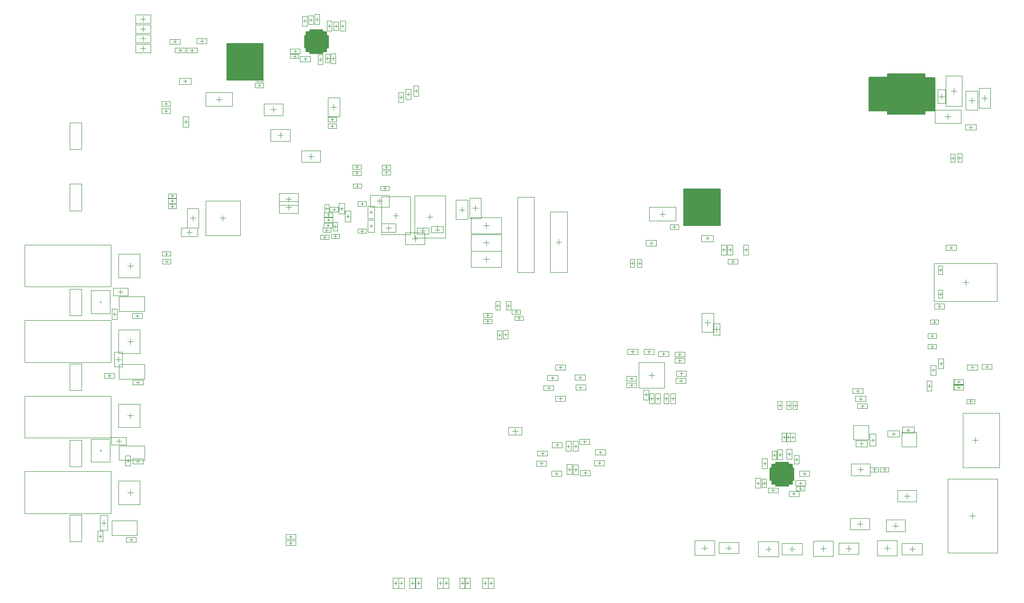
<source format=gbr>
G04*
G04 #@! TF.GenerationSoftware,Altium Limited,Altium Designer,23.7.1 (13)*
G04*
G04 Layer_Color=32768*
%FSLAX25Y25*%
%MOIN*%
G70*
G04*
G04 #@! TF.SameCoordinates,AF00DCEB-AC48-4C7C-91EA-99F42E284231*
G04*
G04*
G04 #@! TF.FilePolarity,Positive*
G04*
G01*
G75*
%ADD19C,0.00600*%
%ADD23C,0.00394*%
%ADD291C,0.00197*%
%ADD292C,0.00400*%
G36*
X87757Y-5830D02*
Y-979D01*
X92608D01*
D01*
X108507D01*
D01*
X113357D01*
Y-5830D01*
D01*
Y-21729D01*
D01*
Y-26579D01*
X108507D01*
D01*
X92608D01*
D01*
X87757D01*
Y-21729D01*
D01*
Y-5830D01*
D01*
D02*
G37*
G36*
X146335Y-6706D02*
X143687D01*
Y-4059D01*
X142487D01*
Y4846D01*
X143687D01*
Y7494D01*
X146335D01*
Y8694D01*
X155240D01*
Y7494D01*
X157887D01*
Y4846D01*
X159087D01*
Y-4059D01*
X157887D01*
Y-6706D01*
X155240D01*
Y-7906D01*
X146335D01*
Y-6706D01*
D02*
G37*
G36*
X473894Y-311037D02*
X471246D01*
Y-308390D01*
X470047D01*
Y-299484D01*
X471246D01*
Y-296837D01*
X473894D01*
Y-295637D01*
X482799D01*
Y-296837D01*
X485447D01*
Y-299484D01*
X486647D01*
Y-308390D01*
X485447D01*
Y-311037D01*
X482799D01*
Y-312237D01*
X473894D01*
Y-311037D01*
D02*
G37*
G36*
X429996Y-103243D02*
X434847D01*
Y-108094D01*
D01*
Y-123993D01*
D01*
Y-128843D01*
X429996D01*
D01*
X414098D01*
D01*
X409247D01*
Y-123993D01*
D01*
Y-108094D01*
D01*
Y-103243D01*
X414098D01*
D01*
X429996D01*
D01*
D02*
G37*
G36*
X552548Y-22414D02*
X578948D01*
Y-24864D01*
X586048D01*
Y-48364D01*
X578948D01*
Y-50814D01*
X552548D01*
Y-48464D01*
X539548D01*
Y-24764D01*
X552548D01*
Y-22414D01*
D02*
G37*
D19*
X471246Y-311037D02*
X473894D01*
Y-312237D02*
Y-311037D01*
Y-312237D02*
X482799D01*
Y-311037D01*
X485447D01*
Y-308390D01*
X486647D01*
Y-299484D01*
X485447D02*
X486647D01*
X485447D02*
Y-296837D01*
X482799D02*
X485447D01*
X482799D02*
Y-295637D01*
X473894D02*
X482799D01*
X473894Y-296837D02*
Y-295637D01*
X471246Y-296837D02*
X473894D01*
X471246Y-299484D02*
Y-296837D01*
X470047Y-299484D02*
X471246D01*
X470047Y-308390D02*
Y-299484D01*
Y-308390D02*
X471246D01*
Y-311037D02*
Y-308390D01*
X143687Y-6706D02*
X146335D01*
Y-7906D02*
Y-6706D01*
Y-7906D02*
X155240D01*
Y-6706D01*
X157887D01*
Y-4059D01*
X159087D01*
Y4846D01*
X157887D02*
X159087D01*
X157887D02*
Y7494D01*
X155240D02*
X157887D01*
X155240D02*
Y8694D01*
X146335D02*
X155240D01*
X146335Y7494D02*
Y8694D01*
X143687Y7494D02*
X146335D01*
X143687Y4846D02*
Y7494D01*
X142487Y4846D02*
X143687D01*
X142487Y-4059D02*
Y4846D01*
Y-4059D02*
X143687D01*
Y-6706D02*
Y-4059D01*
X552548Y-22414D02*
X578948D01*
Y-24864D02*
Y-22414D01*
Y-24864D02*
X586048D01*
Y-48364D02*
Y-24864D01*
X578948Y-48364D02*
X586048D01*
X578948Y-50814D02*
Y-48364D01*
X552548Y-50814D02*
X578948D01*
X552548D02*
Y-48464D01*
X539548D02*
X552548D01*
X539548D02*
Y-24764D01*
X552548D01*
Y-22414D01*
X87757Y-5830D02*
Y-979D01*
Y-21729D02*
Y-5830D01*
Y-26579D02*
Y-21729D01*
Y-26579D02*
X92608D01*
X108507D01*
X113357D01*
Y-21729D01*
Y-5830D01*
Y-979D01*
X108507D02*
X113357D01*
X92608D02*
X108507D01*
X87757D02*
X92608D01*
X429996Y-103243D02*
X434847D01*
X414098D02*
X429996D01*
X409247D02*
X414098D01*
X409247Y-108094D02*
Y-103243D01*
Y-123993D02*
Y-108094D01*
Y-128843D02*
Y-123993D01*
Y-128843D02*
X414098D01*
X429996D01*
X434847D01*
Y-123993D01*
Y-108094D01*
Y-103243D01*
D23*
X44319Y-154365D02*
X46484D01*
X45401Y-155448D02*
Y-153283D01*
X442520Y-154331D02*
X444882D01*
X443701Y-155512D02*
Y-153150D01*
X437303Y-147244D02*
Y-144882D01*
X436122Y-146063D02*
X438484D01*
X441732Y-147244D02*
Y-144882D01*
X440551Y-146063D02*
X442913D01*
X452854Y-147244D02*
Y-144882D01*
X451673Y-146063D02*
X454035D01*
X68898Y787D02*
X71260D01*
X70079Y-394D02*
Y1969D01*
X53740Y-5709D02*
X56102D01*
X54921Y-6890D02*
Y-4528D01*
X534235Y-283563D02*
Y-281398D01*
X533152Y-282481D02*
X535318D01*
X566995Y-273924D02*
Y-271759D01*
X565912Y-272841D02*
X568078D01*
X541043Y-279921D02*
X543209D01*
X542126Y-281004D02*
Y-278839D01*
X556759Y-276680D02*
Y-274515D01*
X555676Y-275597D02*
X557841D01*
X110630Y-31398D02*
Y-29232D01*
X109547Y-30315D02*
X111713D01*
X111024Y-24705D02*
Y-22539D01*
X109941Y-23622D02*
X112106D01*
X84981Y-125778D02*
Y-121841D01*
X83013Y-123809D02*
X86950D01*
X59489Y-133652D02*
X63229D01*
X61359Y-135522D02*
Y-131781D01*
X49351Y-116624D02*
Y-114459D01*
X48269Y-115541D02*
X50434D01*
X61950Y-123809D02*
X65887D01*
X63918Y-125778D02*
Y-121841D01*
X49351Y-112687D02*
Y-110522D01*
X48269Y-111604D02*
X50434D01*
X49351Y-109144D02*
Y-106978D01*
X48269Y-108061D02*
X50434D01*
X129310Y-116147D02*
X133247D01*
X131279Y-118115D02*
Y-114178D01*
X129246Y-110462D02*
X133184D01*
X131215Y-112431D02*
Y-108494D01*
X253082Y-119789D02*
Y-115852D01*
X251113Y-117821D02*
X255050D01*
X268307Y-128937D02*
X272244D01*
X270276Y-130905D02*
Y-126969D01*
Y-143110D02*
Y-139173D01*
X268307Y-141142D02*
X272244D01*
X270276Y-154528D02*
Y-150591D01*
X268307Y-152559D02*
X272244D01*
X158205Y-121457D02*
X160371D01*
X159288Y-122539D02*
Y-120374D01*
X386614Y-236221D02*
Y-232283D01*
X384646Y-234252D02*
X388583D01*
X614173Y-281988D02*
Y-278051D01*
X612205Y-280020D02*
X616142D01*
X135433Y-10925D02*
Y-8760D01*
X134350Y-9843D02*
X136516D01*
X583858Y-215256D02*
Y-213091D01*
X582776Y-214173D02*
X584941D01*
X580807Y-241831D02*
X582972D01*
X581890Y-242913D02*
Y-240748D01*
X587894Y-185827D02*
X590059D01*
X588976Y-186909D02*
Y-184744D01*
X589764Y-178248D02*
Y-176083D01*
X588681Y-177165D02*
X590846D01*
X589730Y-161304D02*
Y-159139D01*
X588648Y-160221D02*
X590813D01*
X605512Y-168898D02*
X609449D01*
X607480Y-170866D02*
Y-166929D01*
X596161Y-144488D02*
X598327D01*
X597244Y-145571D02*
Y-143405D01*
X533580Y-256004D02*
X535942D01*
X534761Y-257185D02*
Y-254823D01*
X532402Y-250886D02*
X534765D01*
X533583Y-252067D02*
Y-249705D01*
X530394Y-245374D02*
X532756D01*
X531575Y-246555D02*
Y-244193D01*
X210236Y-39939D02*
Y-37577D01*
X209055Y-38758D02*
X211417D01*
X215354Y-37799D02*
Y-35437D01*
X214173Y-36618D02*
X216535D01*
X220866Y-35480D02*
Y-33118D01*
X219685Y-34299D02*
X222047D01*
X482677Y-279035D02*
Y-276870D01*
X481595Y-277953D02*
X483760D01*
X483071Y-256594D02*
Y-254429D01*
X481988Y-255512D02*
X484154D01*
X479921Y-279035D02*
Y-276870D01*
X478839Y-277953D02*
X481004D01*
X485827Y-279035D02*
Y-276870D01*
X484744Y-277953D02*
X486909D01*
X476772Y-256594D02*
Y-254429D01*
X475689Y-255512D02*
X477854D01*
X487402Y-256594D02*
Y-254429D01*
X486319Y-255512D02*
X488484D01*
X493012Y-303543D02*
X495177D01*
X494095Y-304626D02*
Y-302461D01*
X485532Y-317717D02*
X487697D01*
X486614Y-318799D02*
Y-316634D01*
X461417Y-311319D02*
Y-309154D01*
X460335Y-310236D02*
X462500D01*
X476772Y-291240D02*
Y-289075D01*
X475689Y-290158D02*
X477854D01*
X483465Y-290846D02*
Y-288681D01*
X482382Y-289764D02*
X484547D01*
X490256Y-310236D02*
X492421D01*
X491339Y-311319D02*
Y-309154D01*
X470965Y-315354D02*
X473130D01*
X472047Y-316437D02*
Y-314272D01*
X466142Y-297539D02*
Y-295374D01*
X465059Y-296457D02*
X467224D01*
X465748Y-311319D02*
Y-309154D01*
X464665Y-310236D02*
X466831D01*
X490256Y-314173D02*
X492421D01*
X491339Y-315256D02*
Y-313090D01*
X488583Y-294783D02*
Y-292618D01*
X487500Y-293701D02*
X489665D01*
X472835Y-291634D02*
Y-289469D01*
X471752Y-290551D02*
X473917D01*
X146850Y14665D02*
Y16831D01*
X145768Y15748D02*
X147933D01*
X164567Y10335D02*
Y12500D01*
X163484Y11417D02*
X165650D01*
X158661Y-12500D02*
Y-10335D01*
X157579Y-11417D02*
X159744D01*
X142520Y13878D02*
Y16043D01*
X141437Y14961D02*
X143602D01*
X141831Y-11811D02*
X143996D01*
X142913Y-12894D02*
Y-10728D01*
X162598Y-12500D02*
Y-10335D01*
X161516Y-11417D02*
X163681D01*
X159843Y10335D02*
Y12500D01*
X158760Y11417D02*
X160925D01*
X151181Y15059D02*
Y17224D01*
X150098Y16142D02*
X152264D01*
X134744Y-6299D02*
X136909D01*
X135827Y-7382D02*
Y-5217D01*
X153543Y-13287D02*
Y-11122D01*
X152461Y-12205D02*
X154626D01*
X169291Y10335D02*
Y12500D01*
X168209Y11417D02*
X170374D01*
X178051Y-87795D02*
X180217D01*
X179134Y-88878D02*
Y-86713D01*
X178445Y-101181D02*
X180610D01*
X179528Y-102264D02*
Y-100098D01*
X198917Y-87795D02*
X201083D01*
X200000Y-88878D02*
Y-86713D01*
X197736Y-102756D02*
X199902D01*
X198819Y-103839D02*
Y-101673D01*
X178051Y-92126D02*
X180217D01*
X179134Y-93209D02*
Y-91043D01*
X198917Y-91732D02*
X201083D01*
X200000Y-92815D02*
Y-90650D01*
X161811Y-55413D02*
Y-53248D01*
X160728Y-54331D02*
X162894D01*
X543307Y-301870D02*
Y-299705D01*
X542224Y-300787D02*
X544390D01*
X161811Y-60138D02*
Y-57973D01*
X160728Y-59055D02*
X162894D01*
X550394Y-301870D02*
Y-299705D01*
X549311Y-300787D02*
X551476D01*
X402461Y-131102D02*
Y-128740D01*
X401279Y-129921D02*
X403642D01*
X416398Y-105824D02*
Y-103462D01*
X415217Y-104643D02*
X417579D01*
X422539Y-105512D02*
X424705D01*
X423622Y-106595D02*
Y-104429D01*
X425787Y-139173D02*
Y-136811D01*
X424606Y-137992D02*
X426968D01*
X51181Y-787D02*
Y1575D01*
X50000Y394D02*
X52362D01*
X57284Y-27362D02*
X59646D01*
X58465Y-28543D02*
Y-26181D01*
X63189Y-6890D02*
Y-4528D01*
X62008Y-5709D02*
X64370D01*
X90075Y-13129D02*
X92240D01*
X91158Y-14212D02*
Y-12047D01*
Y-18110D02*
Y-15748D01*
X89976Y-16929D02*
X92339D01*
X377000Y-155512D02*
X379165D01*
X378083Y-156595D02*
Y-154429D01*
X372000Y-155512D02*
X374165D01*
X373083Y-156595D02*
Y-154429D01*
X43760Y-48355D02*
X45925D01*
X44842Y-49438D02*
Y-47273D01*
X43760Y-43355D02*
X45925D01*
X44842Y-44438D02*
Y-42273D01*
X430367Y-201969D02*
X434107D01*
X432237Y-203839D02*
Y-200098D01*
X425938Y-199213D02*
Y-195276D01*
X423970Y-197244D02*
X427907D01*
X28740Y14469D02*
Y18209D01*
X26870Y16339D02*
X30610D01*
X28740Y7579D02*
Y11319D01*
X26870Y9449D02*
X30610D01*
X28740Y689D02*
Y4429D01*
X26870Y2559D02*
X30610D01*
X28740Y-6201D02*
Y-2461D01*
X26870Y-4331D02*
X30610D01*
X590158Y-227165D02*
Y-225000D01*
X589075Y-226083D02*
X591240D01*
X584350Y-196850D02*
X586516D01*
X585433Y-197933D02*
Y-195768D01*
X583858Y-207776D02*
Y-205610D01*
X582776Y-206693D02*
X584941D01*
X584646Y-231791D02*
Y-229626D01*
X583563Y-230709D02*
X585728D01*
X392224Y-120866D02*
X396161D01*
X394193Y-122835D02*
Y-118898D01*
X80315Y-40157D02*
X84252D01*
X82284Y-42126D02*
Y-38189D01*
X384646Y-218898D02*
Y-216535D01*
X383465Y-217717D02*
X385827D01*
X556299Y-340158D02*
X560236D01*
X558268Y-342126D02*
Y-338189D01*
X531102Y-338976D02*
X535039D01*
X533071Y-340945D02*
Y-337008D01*
X564173Y-319291D02*
X568110D01*
X566142Y-321260D02*
Y-317323D01*
X531496Y-300787D02*
X535433D01*
X533465Y-302756D02*
Y-298819D01*
X123435Y-65403D02*
X127372D01*
X125404Y-67372D02*
Y-63435D01*
X118612Y-47401D02*
X122549D01*
X120581Y-49370D02*
Y-45433D01*
X146850Y-82284D02*
Y-78347D01*
X144882Y-80315D02*
X148819D01*
X161024Y-45669D02*
X164961D01*
X162992Y-47638D02*
Y-43701D01*
X611024Y-253839D02*
Y-251673D01*
X609941Y-252756D02*
X612106D01*
X601634Y-242991D02*
X603799D01*
X602717Y-244074D02*
Y-241909D01*
X601634Y-239054D02*
X603799D01*
X602716Y-240137D02*
Y-237972D01*
X172939Y-123725D02*
Y-121363D01*
X171758Y-122544D02*
X174120D01*
X59016Y-57155D02*
Y-54792D01*
X57835Y-55974D02*
X60197D01*
X609842Y-59842D02*
X612205D01*
X611024Y-61024D02*
Y-58661D01*
X603357Y-82516D02*
Y-80350D01*
X602274Y-81433D02*
X604439D01*
X598425Y-82579D02*
Y-80413D01*
X597342Y-81496D02*
X599508D01*
X156532Y-138287D02*
Y-136122D01*
X155449Y-137205D02*
X157615D01*
X164012Y-137500D02*
Y-135335D01*
X162930Y-136417D02*
X165095D01*
X44193Y-148819D02*
X46358D01*
X45276Y-149902D02*
Y-147736D01*
X220079Y-140157D02*
Y-136221D01*
X218110Y-138189D02*
X222047D01*
X225590Y-134449D02*
Y-130905D01*
X223819Y-132677D02*
X227362D01*
X234055Y-131890D02*
X237598D01*
X235827Y-133661D02*
Y-130118D01*
X193307Y-111811D02*
X197244D01*
X195276Y-113779D02*
Y-109843D01*
X199705Y-130709D02*
X203445D01*
X201575Y-132579D02*
Y-128839D01*
X282776Y-205709D02*
X284941D01*
X283858Y-206791D02*
Y-204626D01*
X284744Y-185433D02*
X286910D01*
X285827Y-186516D02*
Y-184350D01*
X293307Y-195177D02*
Y-193012D01*
X292224Y-194095D02*
X294390D01*
X291339Y-190847D02*
Y-188681D01*
X290256Y-189764D02*
X292421D01*
X228740Y-122835D02*
X232677D01*
X230709Y-124803D02*
Y-120866D01*
X204724Y-122047D02*
X208661D01*
X206693Y-124016D02*
Y-120079D01*
X271260Y-193209D02*
Y-191043D01*
X270177Y-192126D02*
X272342D01*
X278445Y-205906D02*
X280610D01*
X279528Y-206988D02*
Y-204823D01*
X271260Y-197539D02*
Y-195374D01*
X270177Y-196457D02*
X272342D01*
X277264Y-185433D02*
X279429D01*
X278346Y-186516D02*
Y-184350D01*
X188127Y-129331D02*
X190292D01*
X189209Y-130413D02*
Y-128248D01*
Y-120571D02*
Y-118405D01*
X188127Y-119488D02*
X190292D01*
X181827Y-132874D02*
X183993D01*
X182910Y-133957D02*
Y-131791D01*
X181827Y-113583D02*
X183993D01*
X182910Y-114665D02*
Y-112500D01*
X156926Y-117028D02*
X159091D01*
X158008Y-118110D02*
Y-115945D01*
X385083Y-141339D02*
X387445D01*
X386264Y-142520D02*
Y-140157D01*
X163171Y-118679D02*
Y-116514D01*
X162089Y-117597D02*
X164254D01*
X162930Y-129724D02*
X165095D01*
X164012Y-130807D02*
Y-128642D01*
X168441Y-118209D02*
Y-115847D01*
X167260Y-117028D02*
X169623D01*
X158008Y-133268D02*
Y-131102D01*
X156926Y-132185D02*
X159091D01*
X159288Y-126083D02*
Y-123917D01*
X158205Y-125000D02*
X160371D01*
X157811Y-128937D02*
X159977D01*
X158894Y-130020D02*
Y-127854D01*
X18110Y-295669D02*
Y-293307D01*
X16929Y-294488D02*
X19291D01*
X24016Y-294882D02*
X26378D01*
X25197Y-296063D02*
Y-293701D01*
X18008Y-210630D02*
X21945D01*
X19976Y-212598D02*
Y-208661D01*
X8661Y-192520D02*
Y-190157D01*
X7480Y-191339D02*
X9843D01*
X-1181Y-348819D02*
Y-346457D01*
X-2362Y-347638D02*
X0D01*
X19291Y-350000D02*
X21654D01*
X20472Y-351181D02*
Y-348819D01*
X3937Y-234646D02*
X6299D01*
X5118Y-235827D02*
Y-233465D01*
X24016Y-239370D02*
X26378D01*
X25197Y-240551D02*
Y-238189D01*
X23622Y-192520D02*
X25984D01*
X24803Y-193701D02*
Y-191339D01*
X-1575Y-182874D02*
X-394D01*
X-984Y-183465D02*
Y-182185D01*
X-7837Y-174705D02*
X5661D01*
X-7677Y-190945D02*
X5709D01*
X313091Y-243307D02*
X315256D01*
X314173Y-244390D02*
Y-242224D01*
X390945Y-251969D02*
Y-249606D01*
X389764Y-250787D02*
X392126D01*
X386614Y-251969D02*
Y-249606D01*
X385433Y-250787D02*
X387795D01*
X401575Y-251969D02*
Y-249606D01*
X400394Y-250787D02*
X402756D01*
X396850Y-251969D02*
Y-249606D01*
X395669Y-250787D02*
X398031D01*
X406299Y-233071D02*
X408661D01*
X407480Y-234252D02*
Y-231890D01*
X405905Y-238189D02*
X408268D01*
X407087Y-239370D02*
Y-237008D01*
X405118Y-219685D02*
X407480D01*
X406299Y-220866D02*
Y-218504D01*
X405118Y-224016D02*
X407480D01*
X406299Y-225197D02*
Y-222835D01*
X382677Y-249114D02*
Y-246949D01*
X381594Y-248031D02*
X383760D01*
X372047Y-217717D02*
X374410D01*
X373228Y-218898D02*
Y-216535D01*
X371358Y-236614D02*
X373524D01*
X372441Y-237697D02*
Y-235531D01*
X371358Y-241339D02*
X373524D01*
X372441Y-242421D02*
Y-240256D01*
X393799Y-219291D02*
X395965D01*
X394882Y-220374D02*
Y-218209D01*
X612303Y-335276D02*
Y-331339D01*
X610335Y-333307D02*
X614272D01*
X335138Y-235827D02*
X337303D01*
X336221Y-236910D02*
Y-234744D01*
X321358Y-250787D02*
X323524D01*
X322441Y-251870D02*
Y-249705D01*
X321358Y-228740D02*
X323524D01*
X322441Y-229823D02*
Y-227658D01*
X335531Y-242913D02*
X337697D01*
X336614Y-243996D02*
Y-241831D01*
X315846Y-236221D02*
X318012D01*
X316929Y-237303D02*
Y-235138D01*
X-22736Y-192323D02*
X-14469D01*
Y-173622D01*
X-22736D02*
X-14469D01*
X-22736Y-192323D02*
Y-173622D01*
Y-75197D02*
X-14469D01*
Y-56496D01*
X-22736D02*
X-14469D01*
X-22736Y-75197D02*
Y-56496D01*
X338287Y-281102D02*
X340453D01*
X339370Y-282185D02*
Y-280020D01*
X338681Y-303150D02*
X340846D01*
X339764Y-304232D02*
Y-302067D01*
X318996Y-283465D02*
X321161D01*
X320079Y-284547D02*
Y-282382D01*
X318602Y-303543D02*
X320768D01*
X319685Y-304626D02*
Y-302461D01*
X601378Y-238976D02*
X603543D01*
X602461Y-240059D02*
Y-237894D01*
X349508Y-288583D02*
X351673D01*
X350591Y-289665D02*
Y-287500D01*
X333071Y-285335D02*
Y-283169D01*
X331988Y-284252D02*
X334154D01*
X348721Y-296063D02*
X350886D01*
X349803Y-297146D02*
Y-294980D01*
X333071Y-301870D02*
Y-299705D01*
X331988Y-300787D02*
X334154D01*
X327953Y-285335D02*
Y-283169D01*
X326870Y-284252D02*
X329035D01*
X308760Y-289370D02*
X310925D01*
X309842Y-290453D02*
Y-288287D01*
X328740Y-301673D02*
Y-299508D01*
X327658Y-300590D02*
X329823D01*
X307972Y-296457D02*
X310138D01*
X309055Y-297539D02*
Y-295374D01*
X601378Y-242913D02*
X603543D01*
X602461Y-243996D02*
Y-241831D01*
X611122Y-228740D02*
X613287D01*
X612205Y-229823D02*
Y-227658D01*
X621358Y-228346D02*
X623524D01*
X622441Y-229429D02*
Y-227264D01*
X593012Y-52362D02*
X596949D01*
X594980Y-54331D02*
Y-50394D01*
X611811Y-42913D02*
Y-38976D01*
X609842Y-40945D02*
X613779D01*
X599213Y-36220D02*
Y-32283D01*
X597244Y-34252D02*
X601181D01*
X-22736Y-245079D02*
Y-226378D01*
X-14469D01*
Y-245079D02*
Y-226378D01*
X-22736Y-245079D02*
X-14469D01*
X-22736Y-298622D02*
Y-279921D01*
X-14469D01*
Y-298622D02*
Y-279921D01*
X-22736Y-298622D02*
X-14469D01*
X-22736Y-351378D02*
Y-332677D01*
X-14469D01*
Y-351378D02*
Y-332677D01*
X-22736Y-351378D02*
X-14469D01*
X19976Y-264764D02*
Y-260827D01*
X18008Y-262795D02*
X21945D01*
X19976Y-159301D02*
Y-155364D01*
X18008Y-157332D02*
X21945D01*
X19976Y-318898D02*
Y-314961D01*
X18008Y-316929D02*
X21945D01*
X1181Y-339961D02*
Y-336417D01*
X-591Y-338189D02*
X2953D01*
X11417Y-225000D02*
Y-221457D01*
X9646Y-223228D02*
X13189D01*
X10039Y-280709D02*
X13583D01*
X11811Y-282480D02*
Y-278937D01*
X-22736Y-118504D02*
Y-99803D01*
X-14469D01*
Y-118504D02*
Y-99803D01*
X-22736Y-118504D02*
X-14469D01*
X-7677Y-295472D02*
X5709D01*
X-7837Y-279232D02*
X5661D01*
X-984Y-287992D02*
Y-286713D01*
X-1575Y-287402D02*
X-394D01*
X12992Y-177362D02*
Y-173819D01*
X11220Y-175591D02*
X14764D01*
D291*
X42449Y-155940D02*
Y-152791D01*
X48354Y-155940D02*
Y-152791D01*
X42449Y-155940D02*
X48354D01*
X42449Y-152791D02*
X48354D01*
X440158Y-156102D02*
Y-152559D01*
X447244Y-156102D02*
Y-152559D01*
X440158Y-156102D02*
X447244D01*
X440158Y-152559D02*
X447244D01*
X435531Y-142520D02*
X439074D01*
X435531Y-149606D02*
X439074D01*
X435531D02*
Y-142520D01*
X439074Y-149606D02*
Y-142520D01*
X439961Y-142520D02*
X443504D01*
X439961Y-149606D02*
X443504D01*
X439961D02*
Y-142520D01*
X443504Y-149606D02*
Y-142520D01*
X451083D02*
X454626D01*
X451083Y-149606D02*
X454626D01*
X451083D02*
Y-142520D01*
X454626Y-149606D02*
Y-142520D01*
X73622Y-984D02*
Y2559D01*
X66535Y-984D02*
Y2559D01*
X73622D01*
X66535Y-984D02*
X73622D01*
X51378Y-7480D02*
Y-3937D01*
X58465Y-7480D02*
Y-3937D01*
X51378Y-7480D02*
X58465D01*
X51378Y-3937D02*
X58465D01*
X562605Y-284652D02*
Y-274416D01*
X572960D01*
Y-284652D02*
Y-274416D01*
X562605Y-284652D02*
X572960D01*
X530101Y-284646D02*
X538369D01*
X530101Y-280315D02*
X538369D01*
X530101Y-284646D02*
Y-280315D01*
X538369Y-284646D02*
Y-280315D01*
X539055Y-279803D02*
Y-269567D01*
X528701Y-279803D02*
X539055D01*
X528701D02*
Y-269567D01*
X539055D01*
X562861Y-270676D02*
X571129D01*
X562861Y-275007D02*
X571129D01*
Y-270676D01*
X562861Y-275007D02*
Y-270676D01*
X539961Y-284055D02*
Y-275787D01*
X544291Y-284055D02*
Y-275787D01*
X539961D02*
X544291D01*
X539961Y-284055D02*
X544291D01*
X552625Y-273432D02*
X560893D01*
X552625Y-277763D02*
X560893D01*
Y-273432D01*
X552625Y-277763D02*
Y-273432D01*
X107677Y-31890D02*
X113583D01*
X107677Y-28740D02*
X113583D01*
X107677Y-31890D02*
Y-28740D01*
X113583Y-31890D02*
Y-28740D01*
X108858Y-19488D02*
X113189D01*
X108858Y-27756D02*
X113189D01*
X108858D02*
Y-19488D01*
X113189Y-27756D02*
Y-19488D01*
X72875Y-135915D02*
X97088D01*
X72875Y-111703D02*
X97088D01*
Y-135915D02*
Y-111703D01*
X72875Y-135915D02*
Y-111703D01*
X55454Y-136604D02*
Y-130699D01*
X67265Y-136604D02*
Y-130699D01*
X55454D02*
X67265D01*
X55454Y-136604D02*
X67265D01*
X46399Y-113967D02*
X52304D01*
X46399Y-117116D02*
X52304D01*
X46399D02*
Y-113967D01*
X52304Y-117116D02*
Y-113967D01*
X68052Y-130502D02*
Y-117116D01*
X59785Y-130502D02*
Y-117116D01*
X68052D01*
X59785Y-130502D02*
X68052D01*
X46399Y-113179D02*
X52304D01*
X46399Y-110029D02*
X52304D01*
Y-113179D02*
Y-110029D01*
X46399Y-113179D02*
Y-110029D01*
Y-109636D02*
X52304D01*
X46399Y-106486D02*
X52304D01*
Y-109636D02*
Y-106486D01*
X46399Y-109636D02*
Y-106486D01*
X124586Y-120281D02*
Y-112013D01*
X137971Y-120281D02*
Y-112013D01*
X124586D02*
X137971D01*
X124586Y-120281D02*
X137971D01*
X124522Y-114596D02*
Y-106328D01*
X137908Y-114596D02*
Y-106328D01*
X124522D02*
X137908D01*
X124522Y-114596D02*
X137908D01*
X292146Y-162146D02*
Y-108878D01*
Y-162146D02*
X303917D01*
Y-108878D01*
X292146D02*
X303917D01*
X315177Y-162047D02*
X327343D01*
Y-119291D01*
X315177D02*
X327343D01*
X315177Y-162047D02*
Y-119291D01*
X319291Y-140669D02*
X323228D01*
X321260Y-142638D02*
Y-138701D01*
X248948Y-111128D02*
X257215D01*
X248948Y-124514D02*
X257215D01*
Y-111128D01*
X248948Y-124514D02*
Y-111128D01*
X259646Y-134646D02*
Y-123228D01*
X280906Y-134646D02*
Y-123228D01*
X259646D02*
X280906D01*
X259646Y-134646D02*
X280906D01*
X259646Y-146850D02*
X280906D01*
X259646Y-135433D02*
X280906D01*
Y-146850D02*
Y-135433D01*
X259646Y-146850D02*
Y-135433D01*
Y-158268D02*
X280906D01*
X259646Y-146850D02*
X280906D01*
Y-158268D02*
Y-146850D01*
X259646Y-158268D02*
Y-146850D01*
X162241Y-123031D02*
Y-119882D01*
X156335Y-123031D02*
Y-119882D01*
X162241D01*
X156335Y-123031D02*
X162241D01*
X377559Y-225197D02*
X395669D01*
Y-243307D02*
Y-225197D01*
X377559Y-243307D02*
X395669D01*
X377559D02*
Y-225197D01*
X605413Y-299213D02*
Y-260827D01*
Y-299213D02*
X631299D01*
Y-260827D01*
X605413D02*
X631299D01*
X132480Y-8268D02*
X138386D01*
X132480Y-11417D02*
X138386D01*
X132480D02*
Y-8268D01*
X138386Y-11417D02*
Y-8268D01*
X580905Y-212598D02*
X586811D01*
X580905Y-215748D02*
X586811D01*
Y-212598D01*
X580905Y-215748D02*
Y-212598D01*
X583661Y-245374D02*
Y-238287D01*
X580118Y-245374D02*
Y-238287D01*
Y-245374D02*
X583661D01*
X580118Y-238287D02*
X583661D01*
X592520Y-187598D02*
Y-184055D01*
X585433Y-187598D02*
Y-184055D01*
X592520D01*
X585433Y-187598D02*
X592520D01*
X588189Y-180118D02*
X591339D01*
X588189Y-174213D02*
X591339D01*
Y-180118D02*
Y-174213D01*
X588189Y-180118D02*
Y-174213D01*
X588156Y-157269D02*
X591305D01*
X588156Y-163174D02*
X591305D01*
X588156D02*
Y-157269D01*
X591305Y-163174D02*
Y-157269D01*
X585339Y-155602D02*
X629622D01*
X585339Y-182193D02*
X629622D01*
Y-155602D01*
X585339Y-182193D02*
Y-155602D01*
X600787Y-146260D02*
Y-142717D01*
X593701Y-146260D02*
Y-142717D01*
Y-146260D02*
X600787D01*
X593701Y-142717D02*
X600787D01*
X538304Y-257776D02*
Y-254232D01*
X531217Y-257776D02*
Y-254232D01*
X538304D01*
X531217Y-257776D02*
X538304D01*
X537127Y-252658D02*
Y-249114D01*
X530040Y-252658D02*
Y-249114D01*
X537127D01*
X530040Y-252658D02*
X537127D01*
X535119Y-247146D02*
Y-243602D01*
X528032Y-247146D02*
Y-243602D01*
X535119D01*
X528032Y-247146D02*
X535119D01*
X208465Y-42301D02*
X212008D01*
X208465Y-35215D02*
X212008D01*
Y-42301D02*
Y-35215D01*
X208465Y-42301D02*
Y-35215D01*
X213583Y-40161D02*
X217126D01*
X213583Y-33075D02*
X217126D01*
Y-40161D02*
Y-33075D01*
X213583Y-40161D02*
Y-33075D01*
X219094Y-37842D02*
X222638D01*
X219094Y-30756D02*
X222638D01*
Y-37842D02*
Y-30756D01*
X219094Y-37842D02*
Y-30756D01*
X481102Y-275000D02*
X484252D01*
X481102Y-280906D02*
X484252D01*
Y-275000D01*
X481102Y-280906D02*
Y-275000D01*
X481496Y-258465D02*
X484646D01*
X481496Y-252559D02*
X484646D01*
X481496Y-258465D02*
Y-252559D01*
X484646Y-258465D02*
Y-252559D01*
X478346Y-280906D02*
X481496D01*
X478346Y-275000D02*
X481496D01*
X478346Y-280906D02*
Y-275000D01*
X481496Y-280906D02*
Y-275000D01*
X484252Y-280906D02*
X487402D01*
X484252Y-275000D02*
X487402D01*
X484252Y-280906D02*
Y-275000D01*
X487402Y-280906D02*
Y-275000D01*
X475197Y-252559D02*
X478346D01*
X475197Y-258465D02*
X478346D01*
Y-252559D01*
X475197Y-258465D02*
Y-252559D01*
X485827D02*
X488976D01*
X485827Y-258465D02*
X488976D01*
Y-252559D01*
X485827Y-258465D02*
Y-252559D01*
X490551Y-305315D02*
Y-301772D01*
X497638Y-305315D02*
Y-301772D01*
X490551D02*
X497638D01*
X490551Y-305315D02*
X497638D01*
X483071Y-319488D02*
Y-315945D01*
X490158Y-319488D02*
Y-315945D01*
X483071D02*
X490158D01*
X483071Y-319488D02*
X490158D01*
X459646Y-306693D02*
X463189D01*
X459646Y-313779D02*
X463189D01*
Y-306693D01*
X459646Y-313779D02*
Y-306693D01*
X475000Y-293701D02*
X478543D01*
X475000Y-286614D02*
X478543D01*
X475000Y-293701D02*
Y-286614D01*
X478543Y-293701D02*
Y-286614D01*
X481693Y-293307D02*
X485236D01*
X481693Y-286221D02*
X485236D01*
X481693Y-293307D02*
Y-286221D01*
X485236Y-293307D02*
Y-286221D01*
X487795Y-312008D02*
Y-308465D01*
X494882Y-312008D02*
Y-308465D01*
X487795D02*
X494882D01*
X487795Y-312008D02*
X494882D01*
X475591Y-317126D02*
Y-313583D01*
X468504Y-317126D02*
Y-313583D01*
Y-317126D02*
X475591D01*
X468504Y-313583D02*
X475591D01*
X464370Y-300000D02*
X467913D01*
X464370Y-292913D02*
X467913D01*
X464370Y-300000D02*
Y-292913D01*
X467913Y-300000D02*
Y-292913D01*
X464173Y-307283D02*
X467323D01*
X464173Y-313189D02*
X467323D01*
Y-307283D01*
X464173Y-313189D02*
Y-307283D01*
X488386Y-315748D02*
Y-312598D01*
X494291Y-315748D02*
Y-312598D01*
X488386D02*
X494291D01*
X488386Y-315748D02*
X494291D01*
X487008Y-296654D02*
X490158D01*
X487008Y-290748D02*
X490158D01*
X487008Y-296654D02*
Y-290748D01*
X490158Y-296654D02*
Y-290748D01*
X471260Y-293504D02*
X474409D01*
X471260Y-287598D02*
X474409D01*
X471260Y-293504D02*
Y-287598D01*
X474409Y-293504D02*
Y-287598D01*
X145276Y12795D02*
X148425D01*
X145276Y18701D02*
X148425D01*
X145276Y12795D02*
Y18701D01*
X148425Y12795D02*
Y18701D01*
X162992Y8465D02*
X166142D01*
X162992Y14370D02*
X166142D01*
X162992Y8465D02*
Y14370D01*
X166142Y8465D02*
Y14370D01*
X157087Y-8465D02*
X160236D01*
X157087Y-14370D02*
X160236D01*
Y-8465D01*
X157087Y-14370D02*
Y-8465D01*
X140748Y11417D02*
X144291D01*
X140748Y18504D02*
X144291D01*
X140748Y11417D02*
Y18504D01*
X144291Y11417D02*
Y18504D01*
X146457Y-13583D02*
Y-10039D01*
X139370Y-13583D02*
Y-10039D01*
Y-13583D02*
X146457D01*
X139370Y-10039D02*
X146457D01*
X160827Y-7874D02*
X164370D01*
X160827Y-14961D02*
X164370D01*
Y-7874D01*
X160827Y-14961D02*
Y-7874D01*
X158071Y7874D02*
X161614D01*
X158071Y14961D02*
X161614D01*
X158071Y7874D02*
Y14961D01*
X161614Y7874D02*
Y14961D01*
X149409Y12598D02*
X152953D01*
X149409Y19685D02*
X152953D01*
X149409Y12598D02*
Y19685D01*
X152953Y12598D02*
Y19685D01*
X139370Y-8071D02*
Y-4528D01*
X132283Y-8071D02*
Y-4528D01*
Y-8071D02*
X139370D01*
X132283Y-4528D02*
X139370D01*
X151772Y-8661D02*
X155315D01*
X151772Y-15748D02*
X155315D01*
Y-8661D01*
X151772Y-15748D02*
Y-8661D01*
X167520Y7874D02*
X171063D01*
X167520Y14961D02*
X171063D01*
X167520Y7874D02*
Y14961D01*
X171063Y7874D02*
Y14961D01*
X176181Y-89370D02*
Y-86221D01*
X182087Y-89370D02*
Y-86221D01*
X176181D02*
X182087D01*
X176181Y-89370D02*
X182087D01*
X176575Y-102756D02*
Y-99606D01*
X182480Y-102756D02*
Y-99606D01*
X176575D02*
X182480D01*
X176575Y-102756D02*
X182480D01*
X202953Y-89370D02*
Y-86221D01*
X197047Y-89370D02*
Y-86221D01*
Y-89370D02*
X202953D01*
X197047Y-86221D02*
X202953D01*
X201772Y-104331D02*
Y-101181D01*
X195866Y-104331D02*
Y-101181D01*
Y-104331D02*
X201772D01*
X195866Y-101181D02*
X201772D01*
X182087Y-93701D02*
Y-90551D01*
X176181Y-93701D02*
Y-90551D01*
Y-93701D02*
X182087D01*
X176181Y-90551D02*
X182087D01*
X197047Y-93307D02*
Y-90158D01*
X202953Y-93307D02*
Y-90158D01*
X197047D02*
X202953D01*
X197047Y-93307D02*
X202953D01*
X158858Y-52756D02*
X164764D01*
X158858Y-55905D02*
X164764D01*
X158858D02*
Y-52756D01*
X164764Y-55905D02*
Y-52756D01*
X540354Y-302362D02*
X546260D01*
X540354Y-299213D02*
X546260D01*
Y-302362D02*
Y-299213D01*
X540354Y-302362D02*
Y-299213D01*
X158858Y-57480D02*
X164764D01*
X158858Y-60630D02*
X164764D01*
X158858D02*
Y-57480D01*
X164764Y-60630D02*
Y-57480D01*
X547441Y-299213D02*
X553346D01*
X547441Y-302362D02*
X553346D01*
X547441D02*
Y-299213D01*
X553346Y-302362D02*
Y-299213D01*
X399508Y-131496D02*
X405413D01*
X399508Y-128347D02*
X405413D01*
X399508Y-131496D02*
Y-128347D01*
X405413Y-131496D02*
Y-128347D01*
X412855Y-106415D02*
X419941D01*
X412855Y-102872D02*
X419941D01*
X412855Y-106415D02*
Y-102872D01*
X419941Y-106415D02*
Y-102872D01*
X426575Y-107087D02*
Y-103937D01*
X420669Y-107087D02*
Y-103937D01*
X426575D01*
X420669Y-107087D02*
X426575D01*
X421654Y-140157D02*
X429921D01*
X421654Y-135827D02*
X429921D01*
X421654Y-140157D02*
Y-135827D01*
X429921Y-140157D02*
Y-135827D01*
X47638Y2165D02*
X54724D01*
X47638Y-1378D02*
X54724D01*
Y2165D01*
X47638Y-1378D02*
Y2165D01*
X54331Y-29528D02*
Y-25197D01*
X62598Y-29528D02*
Y-25197D01*
X54331Y-29528D02*
X62598D01*
X54331Y-25197D02*
X62598D01*
X59646Y-3937D02*
X66732D01*
X59646Y-7480D02*
X66732D01*
Y-3937D01*
X59646Y-7480D02*
Y-3937D01*
X94110Y-14704D02*
Y-11555D01*
X88205Y-14704D02*
Y-11555D01*
X94110D01*
X88205Y-14704D02*
X94110D01*
X87614Y-15157D02*
X94701D01*
X87614Y-18701D02*
X94701D01*
Y-15157D01*
X87614Y-18701D02*
Y-15157D01*
X376508Y-158465D02*
Y-152559D01*
X379657Y-158465D02*
Y-152559D01*
X376508D02*
X379657D01*
X376508Y-158465D02*
X379657D01*
X371508D02*
Y-152559D01*
X374657Y-158465D02*
Y-152559D01*
X371508D02*
X374657D01*
X371508Y-158465D02*
X374657D01*
X41890Y-49930D02*
Y-46781D01*
X47795Y-49930D02*
Y-46781D01*
X41890Y-49930D02*
X47795D01*
X41890Y-46781D02*
X47795D01*
X41890Y-44930D02*
Y-41781D01*
X47795Y-44930D02*
Y-41781D01*
X41890Y-44930D02*
X47795D01*
X41890Y-41781D02*
X47795D01*
X429875Y-206102D02*
Y-197835D01*
X434599Y-206102D02*
Y-197835D01*
X429875D02*
X434599D01*
X429875Y-206102D02*
X434599D01*
X421804Y-190551D02*
X430072D01*
X421804Y-203937D02*
X430072D01*
X421804D02*
Y-190551D01*
X430072Y-203937D02*
Y-190551D01*
X23425Y13386D02*
X34055D01*
X23425Y19291D02*
X34055D01*
X23425Y13386D02*
Y19291D01*
X34055Y13386D02*
Y19291D01*
X23425Y6496D02*
X34055D01*
X23425Y12402D02*
X34055D01*
X23425Y6496D02*
Y12402D01*
X34055Y6496D02*
Y12402D01*
X23425Y-394D02*
X34055D01*
X23425Y5512D02*
X34055D01*
X23425Y-394D02*
Y5512D01*
X34055Y-394D02*
Y5512D01*
X23425Y-7283D02*
X34055D01*
X23425Y-1378D02*
X34055D01*
X23425Y-7283D02*
Y-1378D01*
X34055Y-7283D02*
Y-1378D01*
X588386Y-222539D02*
X591929D01*
X588386Y-229626D02*
X591929D01*
X588386D02*
Y-222539D01*
X591929Y-229626D02*
Y-222539D01*
X582480Y-198425D02*
Y-195276D01*
X588386Y-198425D02*
Y-195276D01*
X582480Y-198425D02*
X588386D01*
X582480Y-195276D02*
X588386D01*
X580905Y-205118D02*
X586811D01*
X580905Y-208268D02*
X586811D01*
Y-205118D01*
X580905Y-208268D02*
Y-205118D01*
X582874Y-227165D02*
X586417D01*
X582874Y-234252D02*
X586417D01*
X582874D02*
Y-227165D01*
X586417Y-234252D02*
Y-227165D01*
X403445Y-125591D02*
Y-116142D01*
X384941Y-125591D02*
Y-116142D01*
Y-125591D02*
X403445D01*
X384941Y-116142D02*
X403445D01*
X73032Y-44882D02*
Y-35433D01*
X91535Y-44882D02*
Y-35433D01*
X73032D02*
X91535D01*
X73032Y-44882D02*
X91535D01*
X381102Y-219488D02*
X388189D01*
X381102Y-215945D02*
X388189D01*
Y-219488D02*
Y-215945D01*
X381102Y-219488D02*
Y-215945D01*
X551575Y-344291D02*
Y-336024D01*
X564961Y-344291D02*
Y-336024D01*
X551575Y-344291D02*
X564961D01*
X551575Y-336024D02*
X564961D01*
X539764Y-343110D02*
Y-334842D01*
X526378Y-343110D02*
Y-334842D01*
X539764D01*
X526378Y-343110D02*
X539764D01*
X572835Y-323425D02*
Y-315158D01*
X559449Y-323425D02*
Y-315158D01*
X572835D01*
X559449Y-323425D02*
X572835D01*
X540158Y-304921D02*
Y-296654D01*
X526772Y-304921D02*
Y-296654D01*
X540158D01*
X526772Y-304921D02*
X540158D01*
X132097Y-69537D02*
Y-61269D01*
X118711Y-69537D02*
Y-61269D01*
X132097D01*
X118711Y-69537D02*
X132097D01*
X113888Y-51535D02*
Y-43267D01*
X127274Y-51535D02*
Y-43267D01*
X113888Y-51535D02*
X127274D01*
X113888Y-43267D02*
X127274D01*
X140157Y-76181D02*
X153543D01*
X140157Y-84449D02*
X153543D01*
Y-76181D01*
X140157Y-84449D02*
Y-76181D01*
X158858Y-52362D02*
Y-38976D01*
X167126Y-52362D02*
Y-38976D01*
X158858D02*
X167126D01*
X158858Y-52362D02*
X167126D01*
X608071Y-251181D02*
X613976D01*
X608071Y-254331D02*
X613976D01*
X608071D02*
Y-251181D01*
X613976Y-254331D02*
Y-251181D01*
X605866Y-244566D02*
Y-241417D01*
X599567Y-244566D02*
Y-241417D01*
X605866D01*
X599567Y-244566D02*
X605866D01*
X605866Y-240629D02*
Y-237480D01*
X599567Y-240629D02*
Y-237480D01*
X605866D01*
X599567Y-240629D02*
X605866D01*
X170971Y-126284D02*
X174908D01*
X170971Y-118804D02*
X174908D01*
Y-126284D02*
Y-118804D01*
X170971Y-126284D02*
Y-118804D01*
X57047Y-52233D02*
X60984D01*
X57047Y-59714D02*
X60984D01*
X57047D02*
Y-52233D01*
X60984Y-59714D02*
Y-52233D01*
X607283Y-61811D02*
Y-57874D01*
X614764Y-61811D02*
Y-57874D01*
X607283Y-61811D02*
X614764D01*
X607283Y-57874D02*
X614764D01*
X601782Y-84386D02*
X604931D01*
X601782Y-78480D02*
X604931D01*
Y-84386D02*
Y-78480D01*
X601782Y-84386D02*
Y-78480D01*
X596850Y-84449D02*
X600000D01*
X596850Y-78543D02*
X600000D01*
Y-84449D02*
Y-78543D01*
X596850Y-84449D02*
Y-78543D01*
X153579Y-135630D02*
X159485D01*
X153579Y-138779D02*
X159485D01*
Y-135630D01*
X153579Y-138779D02*
Y-135630D01*
X161059Y-134843D02*
X166965D01*
X161059Y-137992D02*
X166965D01*
Y-134843D01*
X161059Y-137992D02*
Y-134843D01*
X42323Y-150394D02*
Y-147244D01*
X48228Y-150394D02*
Y-147244D01*
X42323Y-150394D02*
X48228D01*
X42323Y-147244D02*
X48228D01*
X213386Y-134055D02*
X226772D01*
X213386Y-142323D02*
X226772D01*
Y-134055D01*
X213386Y-142323D02*
Y-134055D01*
X221457Y-130512D02*
X229724D01*
X221457Y-134843D02*
X229724D01*
Y-130512D01*
X221457Y-134843D02*
Y-130512D01*
X239961Y-134055D02*
Y-129724D01*
X231693Y-134055D02*
Y-129724D01*
X239961D01*
X231693Y-134055D02*
X239961D01*
X201969Y-115945D02*
Y-107677D01*
X188583Y-115945D02*
Y-107677D01*
X201969D01*
X188583Y-115945D02*
X201969D01*
X196457Y-133661D02*
Y-127756D01*
X206693Y-133661D02*
Y-127756D01*
X196457Y-133661D02*
X206693D01*
X196457Y-127756D02*
X206693D01*
X285433Y-208661D02*
Y-202756D01*
X282283Y-208661D02*
Y-202756D01*
X285433D01*
X282283Y-208661D02*
X285433D01*
X284252Y-188386D02*
Y-182480D01*
X287402Y-188386D02*
Y-182480D01*
X284252Y-188386D02*
X287402D01*
X284252Y-182480D02*
X287402D01*
X290354Y-195669D02*
X296260D01*
X290354Y-192520D02*
X296260D01*
Y-195669D02*
Y-192520D01*
X290354Y-195669D02*
Y-192520D01*
X288386Y-191339D02*
X294291D01*
X288386Y-188189D02*
X294291D01*
Y-191339D02*
Y-188189D01*
X288386Y-191339D02*
Y-188189D01*
X241535Y-137598D02*
Y-108071D01*
X219882Y-137598D02*
Y-108071D01*
X241535D01*
X219882Y-137598D02*
X241535D01*
X216929Y-135433D02*
Y-108661D01*
X196457Y-135433D02*
Y-108661D01*
X216929D01*
X196457Y-135433D02*
X216929D01*
X268307Y-190551D02*
X274213D01*
X268307Y-193701D02*
X274213D01*
X268307D02*
Y-190551D01*
X274213Y-193701D02*
Y-190551D01*
X281102Y-208858D02*
Y-202953D01*
X277953Y-208858D02*
Y-202953D01*
X281102D01*
X277953Y-208858D02*
X281102D01*
X268307Y-194882D02*
X274213D01*
X268307Y-198031D02*
X274213D01*
X268307D02*
Y-194882D01*
X274213Y-198031D02*
Y-194882D01*
X276772Y-188386D02*
Y-182480D01*
X279921Y-188386D02*
Y-182480D01*
X276772Y-188386D02*
X279921D01*
X276772Y-182480D02*
X279921D01*
X191571Y-133661D02*
Y-125000D01*
X186847Y-133661D02*
Y-125000D01*
X191571D01*
X186847Y-133661D02*
X191571D01*
X186847Y-115157D02*
X191571D01*
X186847Y-123819D02*
X191571D01*
Y-115157D01*
X186847Y-123819D02*
Y-115157D01*
X179957Y-134449D02*
Y-131299D01*
X185863Y-134449D02*
Y-131299D01*
X179957D02*
X185863D01*
X179957Y-134449D02*
X185863D01*
X179957Y-115157D02*
Y-112008D01*
X185863Y-115157D02*
Y-112008D01*
X179957D02*
X185863D01*
X179957Y-115157D02*
X185863D01*
X159583Y-119980D02*
Y-114075D01*
X156434Y-119980D02*
Y-114075D01*
Y-119980D02*
X159583D01*
X156434Y-114075D02*
X159583D01*
X382524Y-143307D02*
Y-139370D01*
X390004Y-143307D02*
Y-139370D01*
X382524Y-143307D02*
X390004D01*
X382524Y-139370D02*
X390004D01*
X160218Y-119171D02*
X166124D01*
X160218Y-116022D02*
X166124D01*
X160218Y-119171D02*
Y-116022D01*
X166124Y-119171D02*
Y-116022D01*
X165587Y-132677D02*
Y-126772D01*
X162437Y-132677D02*
Y-126772D01*
Y-132677D02*
X165587D01*
X162437Y-126772D02*
X165587D01*
X166473Y-113287D02*
X170410D01*
X166473Y-120768D02*
X170410D01*
X166473D02*
Y-113287D01*
X170410Y-120768D02*
Y-113287D01*
X155056Y-133760D02*
X160961D01*
X155056Y-130610D02*
X160961D01*
X155056Y-133760D02*
Y-130610D01*
X160961Y-133760D02*
Y-130610D01*
X156335Y-123425D02*
X162241D01*
X156335Y-126575D02*
X162241D01*
Y-123425D01*
X156335Y-126575D02*
Y-123425D01*
X161847Y-130512D02*
Y-127362D01*
X155941Y-130512D02*
Y-127362D01*
X161847D01*
X155941Y-130512D02*
X161847D01*
X16339Y-298031D02*
X19882D01*
X16339Y-290945D02*
X19882D01*
Y-298031D02*
Y-290945D01*
X16339Y-298031D02*
Y-290945D01*
X21654Y-296654D02*
Y-293110D01*
X28740Y-296654D02*
Y-293110D01*
X21654Y-296654D02*
X28740D01*
X21654Y-293110D02*
X28740D01*
X26473Y-218898D02*
Y-202362D01*
X11512Y-218898D02*
X26473D01*
X11512Y-202362D02*
X26473D01*
X11512Y-218898D02*
Y-202362D01*
X6890Y-194882D02*
X10433D01*
X6890Y-187795D02*
X10433D01*
Y-194882D02*
Y-187795D01*
X6890Y-194882D02*
Y-187795D01*
X-2953Y-351181D02*
X591D01*
X-2953Y-344094D02*
X591D01*
X-2953Y-351181D02*
Y-344094D01*
X591Y-351181D02*
Y-344094D01*
X16929Y-351772D02*
Y-348228D01*
X24016Y-351772D02*
Y-348228D01*
X16929D02*
X24016D01*
X16929Y-351772D02*
X24016D01*
X1575Y-236417D02*
Y-232874D01*
X8661Y-236417D02*
Y-232874D01*
X1575D02*
X8661D01*
X1575Y-236417D02*
X8661D01*
X21654Y-241142D02*
Y-237598D01*
X28740Y-241142D02*
Y-237598D01*
X21654D02*
X28740D01*
X21654Y-241142D02*
X28740D01*
X21260Y-194291D02*
Y-190748D01*
X28346Y-194291D02*
Y-190748D01*
X21260D02*
X28346D01*
X21260Y-194291D02*
X28346D01*
X310630Y-245079D02*
Y-241535D01*
X317717Y-245079D02*
Y-241535D01*
X310630D02*
X317717D01*
X310630Y-245079D02*
X317717D01*
X389173Y-247244D02*
X392717D01*
X389173Y-254331D02*
X392717D01*
Y-247244D01*
X389173Y-254331D02*
Y-247244D01*
X384842D02*
X388386D01*
X384842Y-254331D02*
X388386D01*
Y-247244D01*
X384842Y-254331D02*
Y-247244D01*
X399803D02*
X403346D01*
X399803Y-254331D02*
X403346D01*
Y-247244D01*
X399803Y-254331D02*
Y-247244D01*
X395079D02*
X398622D01*
X395079Y-254331D02*
X398622D01*
Y-247244D01*
X395079Y-254331D02*
Y-247244D01*
X403937Y-234842D02*
Y-231299D01*
X411024Y-234842D02*
Y-231299D01*
X403937D02*
X411024D01*
X403937Y-234842D02*
X411024D01*
X403543Y-239961D02*
Y-236417D01*
X410630Y-239961D02*
Y-236417D01*
X403543D02*
X410630D01*
X403543Y-239961D02*
X410630D01*
X402756Y-221457D02*
Y-217913D01*
X409842Y-221457D02*
Y-217913D01*
X402756D02*
X409842D01*
X402756Y-221457D02*
X409842D01*
X402756Y-225787D02*
Y-222244D01*
X409842Y-225787D02*
Y-222244D01*
X402756D02*
X409842D01*
X402756Y-225787D02*
X409842D01*
X380906Y-251575D02*
X384449D01*
X380906Y-244488D02*
X384449D01*
X380906Y-251575D02*
Y-244488D01*
X384449Y-251575D02*
Y-244488D01*
X376772Y-219488D02*
Y-215945D01*
X369685Y-219488D02*
Y-215945D01*
Y-219488D02*
X376772D01*
X369685Y-215945D02*
X376772D01*
X368898Y-238386D02*
Y-234842D01*
X375984Y-238386D02*
Y-234842D01*
X368898D02*
X375984D01*
X368898Y-238386D02*
X375984D01*
X368898Y-243110D02*
Y-239567D01*
X375984Y-243110D02*
Y-239567D01*
X368898D02*
X375984D01*
X368898Y-243110D02*
X375984D01*
X398425Y-221063D02*
Y-217520D01*
X391339Y-221063D02*
Y-217520D01*
Y-221063D02*
X398425D01*
X391339Y-217520D02*
X398425D01*
X594823Y-359193D02*
Y-307421D01*
Y-359193D02*
X629783D01*
X594823Y-307421D02*
X629783D01*
Y-359193D02*
Y-307421D01*
X339764Y-237598D02*
Y-234055D01*
X332677Y-237598D02*
Y-234055D01*
Y-237598D02*
X339764D01*
X332677Y-234055D02*
X339764D01*
X318898Y-252559D02*
Y-249016D01*
X325984Y-252559D02*
Y-249016D01*
X318898D02*
X325984D01*
X318898Y-252559D02*
X325984D01*
X318898Y-230512D02*
Y-226969D01*
X325984Y-230512D02*
Y-226969D01*
X318898D02*
X325984D01*
X318898Y-230512D02*
X325984D01*
X340158Y-244685D02*
Y-241142D01*
X333071Y-244685D02*
Y-241142D01*
Y-244685D02*
X340158D01*
X333071Y-241142D02*
X340158D01*
X313386Y-237992D02*
Y-234449D01*
X320472Y-237992D02*
Y-234449D01*
X313386D02*
X320472D01*
X313386Y-237992D02*
X320472D01*
X335827Y-282874D02*
Y-279331D01*
X342913Y-282874D02*
Y-279331D01*
X335827D02*
X342913D01*
X335827Y-282874D02*
X342913D01*
X336221Y-304921D02*
Y-301378D01*
X343307Y-304921D02*
Y-301378D01*
X336221D02*
X343307D01*
X336221Y-304921D02*
X343307D01*
X316535Y-285236D02*
Y-281693D01*
X323622Y-285236D02*
Y-281693D01*
X316535D02*
X323622D01*
X316535Y-285236D02*
X323622D01*
X316142Y-305315D02*
Y-301772D01*
X323228Y-305315D02*
Y-301772D01*
X316142D02*
X323228D01*
X316142Y-305315D02*
X323228D01*
X598917Y-240748D02*
Y-237205D01*
X606004Y-240748D02*
Y-237205D01*
X598917D02*
X606004D01*
X598917Y-240748D02*
X606004D01*
X354134Y-290354D02*
Y-286811D01*
X347047Y-290354D02*
Y-286811D01*
Y-290354D02*
X354134D01*
X347047Y-286811D02*
X354134D01*
X331299Y-280709D02*
X334842D01*
X331299Y-287795D02*
X334842D01*
Y-280709D01*
X331299Y-287795D02*
Y-280709D01*
X353346Y-297835D02*
Y-294291D01*
X346260Y-297835D02*
Y-294291D01*
Y-297835D02*
X353346D01*
X346260Y-294291D02*
X353346D01*
X331299Y-304331D02*
X334842D01*
X331299Y-297244D02*
X334842D01*
X331299Y-304331D02*
Y-297244D01*
X334842Y-304331D02*
Y-297244D01*
X326181Y-280709D02*
X329724D01*
X326181Y-287795D02*
X329724D01*
Y-280709D01*
X326181Y-287795D02*
Y-280709D01*
X306299Y-291142D02*
Y-287598D01*
X313386Y-291142D02*
Y-287598D01*
X306299D02*
X313386D01*
X306299Y-291142D02*
X313386D01*
X326969Y-304134D02*
X330512D01*
X326969Y-297047D02*
X330512D01*
X326969Y-304134D02*
Y-297047D01*
X330512Y-304134D02*
Y-297047D01*
X305512Y-298228D02*
Y-294685D01*
X312598Y-298228D02*
Y-294685D01*
X305512D02*
X312598D01*
X305512Y-298228D02*
X312598D01*
X598917Y-244685D02*
Y-241142D01*
X606004Y-244685D02*
Y-241142D01*
X598917D02*
X606004D01*
X598917Y-244685D02*
X606004D01*
X615748Y-230512D02*
Y-226969D01*
X608661Y-230512D02*
Y-226969D01*
Y-230512D02*
X615748D01*
X608661Y-226969D02*
X615748D01*
X618898Y-230118D02*
Y-226575D01*
X625984Y-230118D02*
Y-226575D01*
X618898D02*
X625984D01*
X618898Y-230118D02*
X625984D01*
X585728Y-57087D02*
Y-47638D01*
X604232Y-57087D02*
Y-47638D01*
X585728D02*
X604232D01*
X585728Y-57087D02*
X604232D01*
X607677Y-34252D02*
X615945D01*
X607677Y-47638D02*
X615945D01*
Y-34252D01*
X607677Y-47638D02*
Y-34252D01*
X593504Y-23622D02*
X604921D01*
X593504Y-44882D02*
X604921D01*
Y-23622D01*
X593504Y-44882D02*
Y-23622D01*
X-54527Y-331505D02*
X6260D01*
Y-302057D01*
X-54527D02*
X6260D01*
X-54527Y-331505D02*
Y-302057D01*
X-54528Y-278354D02*
X6260D01*
Y-248905D01*
X-54528D02*
X6260D01*
X-54528Y-278354D02*
Y-248905D01*
Y-225205D02*
X6260D01*
Y-195756D01*
X-54528D02*
X6260D01*
X-54528Y-225205D02*
Y-195756D01*
X-54527Y-172057D02*
X6260D01*
Y-142608D01*
X-54527D02*
X6260D01*
X-54527Y-172057D02*
Y-142608D01*
X12008Y-237008D02*
X29724D01*
X12008D02*
Y-226772D01*
X29724D01*
Y-237008D02*
Y-226772D01*
X12008Y-189370D02*
X29724D01*
X12008D02*
Y-179134D01*
X29724D01*
Y-189370D02*
Y-179134D01*
X12008Y-294094D02*
X29724D01*
X12008D02*
Y-283858D01*
X29724D01*
Y-294094D02*
Y-283858D01*
X11512Y-271063D02*
Y-254528D01*
X26473D01*
X11512Y-271063D02*
X26473D01*
Y-254528D01*
X11512Y-165600D02*
Y-149065D01*
X26473D01*
X11512Y-165600D02*
X26473D01*
Y-149065D01*
X6890Y-346850D02*
X24606D01*
X6890D02*
Y-336614D01*
X24606D01*
Y-346850D02*
Y-336614D01*
X11512Y-325197D02*
Y-308661D01*
X26473D01*
X11512Y-325197D02*
X26473D01*
Y-308661D01*
X-1575Y-343307D02*
X3937D01*
X-1575Y-333071D02*
X3937D01*
X-1575Y-343307D02*
Y-333071D01*
X3937Y-343307D02*
Y-333071D01*
X8661Y-228346D02*
X14173D01*
X8661Y-218110D02*
X14173D01*
X8661Y-228346D02*
Y-218110D01*
X14173Y-228346D02*
Y-218110D01*
X16929Y-283465D02*
Y-277953D01*
X6693Y-283465D02*
Y-277953D01*
Y-283465D02*
X16929D01*
X6693Y-277953D02*
X16929D01*
X7874Y-172835D02*
X18110D01*
X7874Y-178347D02*
X18110D01*
X7874D02*
Y-172835D01*
X18110Y-178347D02*
Y-172835D01*
D292*
X258519Y-123819D02*
X266393D01*
X258519Y-109646D02*
X266393D01*
X258519Y-123819D02*
Y-109646D01*
X266393Y-123819D02*
Y-109646D01*
X262456Y-118701D02*
Y-114764D01*
X260487Y-116732D02*
X264424D01*
X285827Y-276181D02*
Y-271063D01*
X295276Y-276181D02*
Y-271063D01*
X285827Y-276181D02*
X295276D01*
X285827Y-271063D02*
X295276D01*
X288681Y-273622D02*
X292421D01*
X290551Y-275492D02*
Y-271752D01*
X129134Y-349803D02*
Y-346260D01*
X136221Y-349803D02*
Y-346260D01*
X129134D02*
X136221D01*
X129134Y-349803D02*
X136221D01*
X131496Y-348031D02*
X133858D01*
X132677Y-349213D02*
Y-346850D01*
X129134Y-354134D02*
Y-350590D01*
X136221Y-354134D02*
Y-350590D01*
X129134D02*
X136221D01*
X129134Y-354134D02*
X136221D01*
X131496Y-352362D02*
X133858D01*
X132677Y-353543D02*
Y-351181D01*
X423961Y-357801D02*
Y-353864D01*
X421992Y-355832D02*
X425929D01*
X416874Y-361147D02*
X431047D01*
X416874Y-350517D02*
X431047D01*
Y-361147D02*
Y-350517D01*
X416874Y-361147D02*
Y-350517D01*
X468744Y-358588D02*
Y-354651D01*
X466776Y-356620D02*
X470713D01*
X461657Y-361935D02*
X475831D01*
X461657Y-351305D02*
X475831D01*
Y-361935D02*
Y-351305D01*
X461657Y-361935D02*
Y-351305D01*
X478291Y-360557D02*
Y-352683D01*
X492465Y-360557D02*
Y-352683D01*
X478291D02*
X492465D01*
X478291Y-360557D02*
X492465D01*
X483410Y-356620D02*
X487347D01*
X485378Y-358588D02*
Y-354651D01*
X433803Y-359769D02*
Y-351895D01*
X447976Y-359769D02*
Y-351895D01*
X433803D02*
X447976D01*
X433803Y-359769D02*
X447976D01*
X438921Y-355832D02*
X442858D01*
X440890Y-357801D02*
Y-353864D01*
X518189Y-360233D02*
Y-352359D01*
X532362Y-360233D02*
Y-352359D01*
X518189D02*
X532362D01*
X518189Y-360233D02*
X532362D01*
X523307Y-356296D02*
X527244D01*
X525276Y-358265D02*
Y-354328D01*
X562677Y-360627D02*
Y-352753D01*
X576850Y-360627D02*
Y-352753D01*
X562677D02*
X576850D01*
X562677Y-360627D02*
X576850D01*
X567795Y-356690D02*
X571732D01*
X569764Y-358659D02*
Y-354721D01*
X507165Y-358265D02*
Y-354328D01*
X505197Y-356296D02*
X509134D01*
X500079Y-361611D02*
X514252D01*
X500079Y-350981D02*
X514252D01*
Y-361611D02*
Y-350981D01*
X500079Y-361611D02*
Y-350981D01*
X552146Y-358068D02*
Y-354131D01*
X550177Y-356099D02*
X554114D01*
X545059Y-361414D02*
X559232D01*
X545059Y-350784D02*
X559232D01*
Y-361414D02*
Y-350784D01*
X545059Y-361414D02*
Y-350784D01*
X5709Y-190945D02*
Y-174803D01*
X-7837Y-190705D02*
Y-174705D01*
X618898Y-39370D02*
X622835D01*
X620866Y-41339D02*
Y-37402D01*
X624803Y-46457D02*
Y-32283D01*
X616929Y-46457D02*
Y-32283D01*
X624803D01*
X616929Y-46457D02*
X624803D01*
X-7837Y-295232D02*
Y-279232D01*
X5709Y-295472D02*
Y-279331D01*
X587992Y-33465D02*
X593110D01*
X587992Y-42913D02*
X593110D01*
Y-33465D01*
X587992Y-42913D02*
Y-33465D01*
X590551Y-40059D02*
Y-36319D01*
X588681Y-38189D02*
X592421D01*
X271472Y-384340D02*
X275410D01*
X271472Y-376860D02*
X275410D01*
Y-384340D02*
Y-376860D01*
X271472Y-384340D02*
Y-376860D01*
X273441Y-381781D02*
Y-379419D01*
X272260Y-380600D02*
X274622D01*
X205260D02*
X207622D01*
X206441Y-381781D02*
Y-379419D01*
X204472Y-384340D02*
Y-376860D01*
X208410Y-384340D02*
Y-376860D01*
X204472D02*
X208410D01*
X204472Y-384340D02*
X208410D01*
X208472D02*
X212409D01*
X208472Y-376860D02*
X212409D01*
Y-384340D02*
Y-376860D01*
X208472Y-384340D02*
Y-376860D01*
X210441Y-381781D02*
Y-379419D01*
X209260Y-380600D02*
X211622D01*
X217160D02*
X219522D01*
X218341Y-381781D02*
Y-379419D01*
X216372Y-384340D02*
Y-376860D01*
X220309Y-384340D02*
Y-376860D01*
X216372D02*
X220309D01*
X216372Y-384340D02*
X220309D01*
X220672D02*
X224609D01*
X220672Y-376860D02*
X224609D01*
Y-384340D02*
Y-376860D01*
X220672Y-384340D02*
Y-376860D01*
X222641Y-381781D02*
Y-379419D01*
X221460Y-380600D02*
X223822D01*
X235972Y-384340D02*
X239910D01*
X235972Y-376860D02*
X239910D01*
Y-384340D02*
Y-376860D01*
X235972Y-384340D02*
Y-376860D01*
X237941Y-381781D02*
Y-379419D01*
X236760Y-380600D02*
X239122D01*
X239972Y-384340D02*
X243910D01*
X239972Y-376860D02*
X243910D01*
Y-384340D02*
Y-376860D01*
X239972Y-384340D02*
Y-376860D01*
X241941Y-381781D02*
Y-379419D01*
X240760Y-380600D02*
X243122D01*
X251472Y-384340D02*
X255410D01*
X251472Y-376860D02*
X255410D01*
Y-384340D02*
Y-376860D01*
X251472Y-384340D02*
Y-376860D01*
X253441Y-381781D02*
Y-379419D01*
X252260Y-380600D02*
X254622D01*
X255760D02*
X258122D01*
X256941Y-381781D02*
Y-379419D01*
X254972Y-384340D02*
Y-376860D01*
X258910Y-384340D02*
Y-376860D01*
X254972D02*
X258910D01*
X254972Y-384340D02*
X258910D01*
X267472D02*
X271410D01*
X267472Y-376860D02*
X271410D01*
Y-384340D02*
Y-376860D01*
X267472Y-384340D02*
Y-376860D01*
X269441Y-381781D02*
Y-379419D01*
X268260Y-380600D02*
X270622D01*
M02*

</source>
